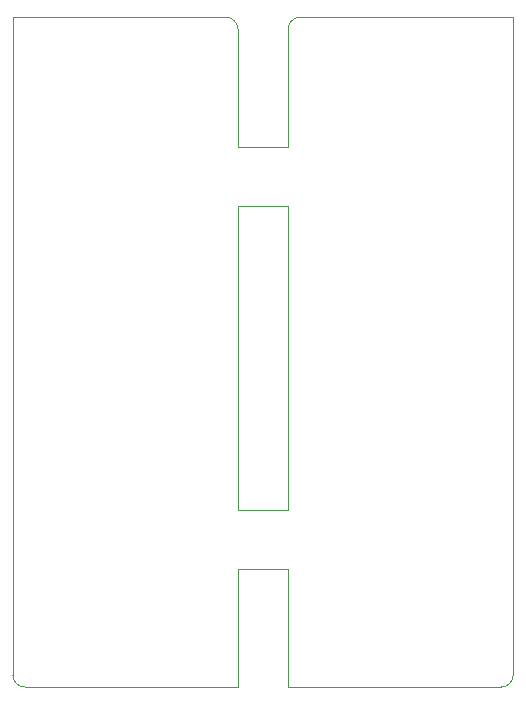
<source format=gm1>
G04 #@! TF.GenerationSoftware,KiCad,Pcbnew,(5.1.5)-3*
G04 #@! TF.CreationDate,2020-03-09T16:33:39+08:00*
G04 #@! TF.ProjectId,cover,636f7665-722e-46b6-9963-61645f706362,rev?*
G04 #@! TF.SameCoordinates,Original*
G04 #@! TF.FileFunction,Profile,NP*
%FSLAX46Y46*%
G04 Gerber Fmt 4.6, Leading zero omitted, Abs format (unit mm)*
G04 Created by KiCad (PCBNEW (5.1.5)-3) date 2020-03-09 16:33:39*
%MOMM*%
%LPD*%
G04 APERTURE LIST*
%ADD10C,0.050000*%
G04 APERTURE END LIST*
D10*
X223492420Y-89510000D02*
X227752420Y-89510000D01*
X223492420Y-115200000D02*
X227752420Y-115200000D01*
X227752420Y-115200000D02*
X227752420Y-89510000D01*
X223492420Y-89510000D02*
X223492420Y-115200000D01*
X227752420Y-74501478D02*
X227752420Y-84510000D01*
X223492420Y-84510000D02*
X227752420Y-84510000D01*
X223492420Y-74501478D02*
X223492420Y-84510000D01*
X223492420Y-120200000D02*
X227752420Y-120200000D01*
X223492420Y-130201478D02*
X223492420Y-120200000D01*
X227752420Y-130201478D02*
X227752420Y-120200000D01*
X223492420Y-130201478D02*
X205442420Y-130201478D01*
X246802420Y-129201478D02*
X246802420Y-73501478D01*
X228752420Y-73501478D02*
X246802420Y-73501478D01*
X228752420Y-73501478D02*
G75*
G03X227752420Y-74501478I0J-1000000D01*
G01*
X245802420Y-130201478D02*
X227752420Y-130201478D01*
X245802420Y-130201478D02*
G75*
G03X246802420Y-129201478I0J1000000D01*
G01*
X222492420Y-73501478D02*
G75*
G02X223492420Y-74501478I0J-1000000D01*
G01*
X204442420Y-129201478D02*
X204442420Y-73501478D01*
X205442420Y-130201478D02*
G75*
G02X204442420Y-129201478I0J1000000D01*
G01*
X222492420Y-73501478D02*
X204442420Y-73501478D01*
M02*

</source>
